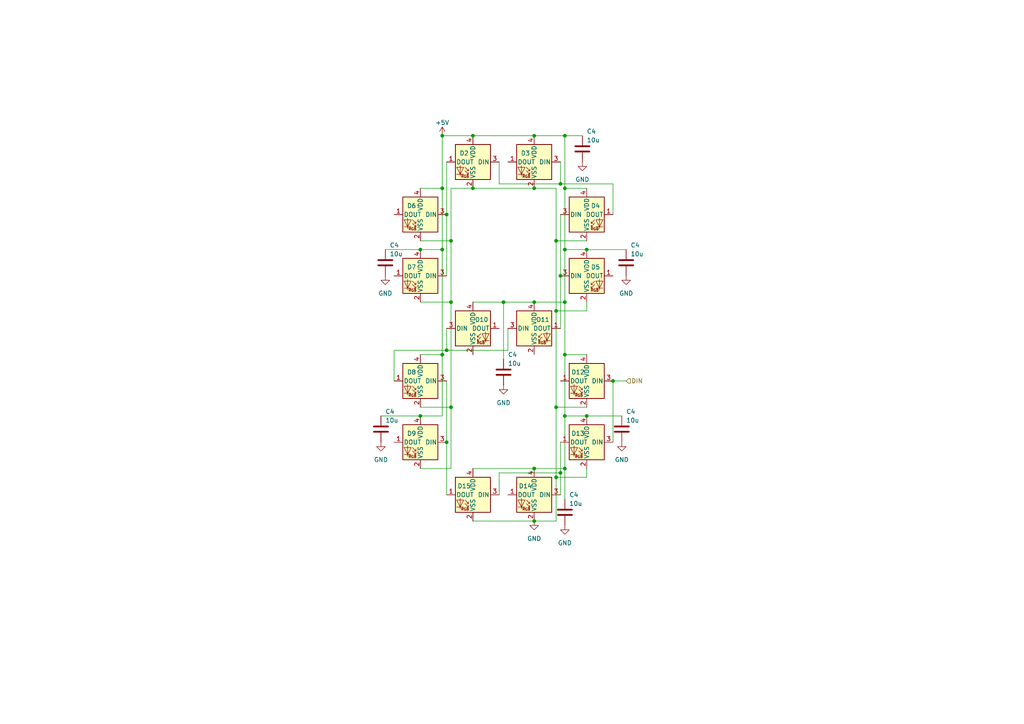
<source format=kicad_sch>
(kicad_sch (version 20230121) (generator eeschema)

  (uuid bb2f2574-bdd3-435f-8b15-6db4dd25c8e0)

  (paper "A4")

  (lib_symbols
    (symbol "Device:C" (pin_numbers hide) (pin_names (offset 0.254)) (in_bom yes) (on_board yes)
      (property "Reference" "C" (at 0.635 2.54 0)
        (effects (font (size 1.27 1.27)) (justify left))
      )
      (property "Value" "C" (at 0.635 -2.54 0)
        (effects (font (size 1.27 1.27)) (justify left))
      )
      (property "Footprint" "" (at 0.9652 -3.81 0)
        (effects (font (size 1.27 1.27)) hide)
      )
      (property "Datasheet" "~" (at 0 0 0)
        (effects (font (size 1.27 1.27)) hide)
      )
      (property "ki_keywords" "cap capacitor" (at 0 0 0)
        (effects (font (size 1.27 1.27)) hide)
      )
      (property "ki_description" "Unpolarized capacitor" (at 0 0 0)
        (effects (font (size 1.27 1.27)) hide)
      )
      (property "ki_fp_filters" "C_*" (at 0 0 0)
        (effects (font (size 1.27 1.27)) hide)
      )
      (symbol "C_0_1"
        (polyline
          (pts
            (xy -2.032 -0.762)
            (xy 2.032 -0.762)
          )
          (stroke (width 0.508) (type default))
          (fill (type none))
        )
        (polyline
          (pts
            (xy -2.032 0.762)
            (xy 2.032 0.762)
          )
          (stroke (width 0.508) (type default))
          (fill (type none))
        )
      )
      (symbol "C_1_1"
        (pin passive line (at 0 3.81 270) (length 2.794)
          (name "~" (effects (font (size 1.27 1.27))))
          (number "1" (effects (font (size 1.27 1.27))))
        )
        (pin passive line (at 0 -3.81 90) (length 2.794)
          (name "~" (effects (font (size 1.27 1.27))))
          (number "2" (effects (font (size 1.27 1.27))))
        )
      )
    )
    (symbol "LED:SK6812MINI" (pin_names (offset 0.254)) (in_bom yes) (on_board yes)
      (property "Reference" "D" (at 5.08 5.715 0)
        (effects (font (size 1.27 1.27)) (justify right bottom))
      )
      (property "Value" "SK6812MINI" (at 1.27 -5.715 0)
        (effects (font (size 1.27 1.27)) (justify left top))
      )
      (property "Footprint" "LED_SMD:LED_SK6812MINI_PLCC4_3.5x3.5mm_P1.75mm" (at 1.27 -7.62 0)
        (effects (font (size 1.27 1.27)) (justify left top) hide)
      )
      (property "Datasheet" "https://cdn-shop.adafruit.com/product-files/2686/SK6812MINI_REV.01-1-2.pdf" (at 2.54 -9.525 0)
        (effects (font (size 1.27 1.27)) (justify left top) hide)
      )
      (property "ki_keywords" "RGB LED NeoPixel Mini addressable" (at 0 0 0)
        (effects (font (size 1.27 1.27)) hide)
      )
      (property "ki_description" "RGB LED with integrated controller" (at 0 0 0)
        (effects (font (size 1.27 1.27)) hide)
      )
      (property "ki_fp_filters" "LED*SK6812MINI*PLCC*3.5x3.5mm*P1.75mm*" (at 0 0 0)
        (effects (font (size 1.27 1.27)) hide)
      )
      (symbol "SK6812MINI_0_0"
        (text "RGB" (at 2.286 -4.191 0)
          (effects (font (size 0.762 0.762)))
        )
      )
      (symbol "SK6812MINI_0_1"
        (polyline
          (pts
            (xy 1.27 -3.556)
            (xy 1.778 -3.556)
          )
          (stroke (width 0) (type default))
          (fill (type none))
        )
        (polyline
          (pts
            (xy 1.27 -2.54)
            (xy 1.778 -2.54)
          )
          (stroke (width 0) (type default))
          (fill (type none))
        )
        (polyline
          (pts
            (xy 4.699 -3.556)
            (xy 2.667 -3.556)
          )
          (stroke (width 0) (type default))
          (fill (type none))
        )
        (polyline
          (pts
            (xy 2.286 -2.54)
            (xy 1.27 -3.556)
            (xy 1.27 -3.048)
          )
          (stroke (width 0) (type default))
          (fill (type none))
        )
        (polyline
          (pts
            (xy 2.286 -1.524)
            (xy 1.27 -2.54)
            (xy 1.27 -2.032)
          )
          (stroke (width 0) (type default))
          (fill (type none))
        )
        (polyline
          (pts
            (xy 3.683 -1.016)
            (xy 3.683 -3.556)
            (xy 3.683 -4.064)
          )
          (stroke (width 0) (type default))
          (fill (type none))
        )
        (polyline
          (pts
            (xy 4.699 -1.524)
            (xy 2.667 -1.524)
            (xy 3.683 -3.556)
            (xy 4.699 -1.524)
          )
          (stroke (width 0) (type default))
          (fill (type none))
        )
        (rectangle (start 5.08 5.08) (end -5.08 -5.08)
          (stroke (width 0.254) (type default))
          (fill (type background))
        )
      )
      (symbol "SK6812MINI_1_1"
        (pin output line (at 7.62 0 180) (length 2.54)
          (name "DOUT" (effects (font (size 1.27 1.27))))
          (number "1" (effects (font (size 1.27 1.27))))
        )
        (pin power_in line (at 0 -7.62 90) (length 2.54)
          (name "VSS" (effects (font (size 1.27 1.27))))
          (number "2" (effects (font (size 1.27 1.27))))
        )
        (pin input line (at -7.62 0 0) (length 2.54)
          (name "DIN" (effects (font (size 1.27 1.27))))
          (number "3" (effects (font (size 1.27 1.27))))
        )
        (pin power_in line (at 0 7.62 270) (length 2.54)
          (name "VDD" (effects (font (size 1.27 1.27))))
          (number "4" (effects (font (size 1.27 1.27))))
        )
      )
    )
    (symbol "power:+5V" (power) (pin_names (offset 0)) (in_bom yes) (on_board yes)
      (property "Reference" "#PWR" (at 0 -3.81 0)
        (effects (font (size 1.27 1.27)) hide)
      )
      (property "Value" "+5V" (at 0 3.556 0)
        (effects (font (size 1.27 1.27)))
      )
      (property "Footprint" "" (at 0 0 0)
        (effects (font (size 1.27 1.27)) hide)
      )
      (property "Datasheet" "" (at 0 0 0)
        (effects (font (size 1.27 1.27)) hide)
      )
      (property "ki_keywords" "global power" (at 0 0 0)
        (effects (font (size 1.27 1.27)) hide)
      )
      (property "ki_description" "Power symbol creates a global label with name \"+5V\"" (at 0 0 0)
        (effects (font (size 1.27 1.27)) hide)
      )
      (symbol "+5V_0_1"
        (polyline
          (pts
            (xy -0.762 1.27)
            (xy 0 2.54)
          )
          (stroke (width 0) (type default))
          (fill (type none))
        )
        (polyline
          (pts
            (xy 0 0)
            (xy 0 2.54)
          )
          (stroke (width 0) (type default))
          (fill (type none))
        )
        (polyline
          (pts
            (xy 0 2.54)
            (xy 0.762 1.27)
          )
          (stroke (width 0) (type default))
          (fill (type none))
        )
      )
      (symbol "+5V_1_1"
        (pin power_in line (at 0 0 90) (length 0) hide
          (name "+5V" (effects (font (size 1.27 1.27))))
          (number "1" (effects (font (size 1.27 1.27))))
        )
      )
    )
    (symbol "power:GND" (power) (pin_names (offset 0)) (in_bom yes) (on_board yes)
      (property "Reference" "#PWR" (at 0 -6.35 0)
        (effects (font (size 1.27 1.27)) hide)
      )
      (property "Value" "GND" (at 0 -3.81 0)
        (effects (font (size 1.27 1.27)))
      )
      (property "Footprint" "" (at 0 0 0)
        (effects (font (size 1.27 1.27)) hide)
      )
      (property "Datasheet" "" (at 0 0 0)
        (effects (font (size 1.27 1.27)) hide)
      )
      (property "ki_keywords" "global power" (at 0 0 0)
        (effects (font (size 1.27 1.27)) hide)
      )
      (property "ki_description" "Power symbol creates a global label with name \"GND\" , ground" (at 0 0 0)
        (effects (font (size 1.27 1.27)) hide)
      )
      (symbol "GND_0_1"
        (polyline
          (pts
            (xy 0 0)
            (xy 0 -1.27)
            (xy 1.27 -1.27)
            (xy 0 -2.54)
            (xy -1.27 -1.27)
            (xy 0 -1.27)
          )
          (stroke (width 0) (type default))
          (fill (type none))
        )
      )
      (symbol "GND_1_1"
        (pin power_in line (at 0 0 270) (length 0) hide
          (name "GND" (effects (font (size 1.27 1.27))))
          (number "1" (effects (font (size 1.27 1.27))))
        )
      )
    )
  )

  (junction (at 163.83 87.63) (diameter 0) (color 0 0 0 0)
    (uuid 05fb4cc3-2f0d-48ab-a79a-739ffbfddd72)
  )
  (junction (at 146.05 87.63) (diameter 0) (color 0 0 0 0)
    (uuid 0ca0df22-e632-4e66-98f6-3b08dede4fa3)
  )
  (junction (at 154.94 54.61) (diameter 0) (color 0 0 0 0)
    (uuid 16e99b43-5528-4206-b9b0-68bdf7b5a1a6)
  )
  (junction (at 129.54 101.6) (diameter 0) (color 0 0 0 0)
    (uuid 1a80324d-1e65-4ee8-a7cf-1b45158a9abc)
  )
  (junction (at 130.81 118.11) (diameter 0) (color 0 0 0 0)
    (uuid 1f0e9b12-a880-40f2-b73b-0ae1fea6f7ef)
  )
  (junction (at 128.27 39.37) (diameter 0) (color 0 0 0 0)
    (uuid 256d4233-3e39-4b4e-a62e-3b1c5e1df444)
  )
  (junction (at 130.81 87.63) (diameter 0) (color 0 0 0 0)
    (uuid 27866971-8658-4611-944f-a8f69bd5d235)
  )
  (junction (at 163.83 39.37) (diameter 0) (color 0 0 0 0)
    (uuid 2a0683ef-3392-4bf7-88c3-27bbe5c75af7)
  )
  (junction (at 162.56 80.01) (diameter 0) (color 0 0 0 0)
    (uuid 2b210afe-95b4-4d7c-bb06-2d1bfe65aad0)
  )
  (junction (at 163.83 135.89) (diameter 0) (color 0 0 0 0)
    (uuid 3090ef0a-d074-4cdf-8a0d-c714b057e27f)
  )
  (junction (at 177.8 110.49) (diameter 0) (color 0 0 0 0)
    (uuid 386efb69-6505-4674-a35d-0e56e7063c82)
  )
  (junction (at 137.16 54.61) (diameter 0) (color 0 0 0 0)
    (uuid 39a38b28-9d8f-4bd3-b8e8-010dc44cf7a5)
  )
  (junction (at 128.27 54.61) (diameter 0) (color 0 0 0 0)
    (uuid 3e053b69-843e-4ac2-988b-d7fd4fb1cd16)
  )
  (junction (at 137.16 39.37) (diameter 0) (color 0 0 0 0)
    (uuid 4de299bd-bc32-4480-b014-ad7f4a6a0aea)
  )
  (junction (at 161.29 90.17) (diameter 0) (color 0 0 0 0)
    (uuid 4e284b07-e0df-4565-87c0-36049a69a8f2)
  )
  (junction (at 128.27 72.39) (diameter 0) (color 0 0 0 0)
    (uuid 855594f3-3668-45ad-b0d0-4d8afcd5e31c)
  )
  (junction (at 161.29 69.85) (diameter 0) (color 0 0 0 0)
    (uuid 8577e8c8-2aec-44a6-a16b-e28b803d9d7b)
  )
  (junction (at 163.83 120.65) (diameter 0) (color 0 0 0 0)
    (uuid 9706578f-5f2b-4b3d-a254-500341073fa1)
  )
  (junction (at 161.29 138.43) (diameter 0) (color 0 0 0 0)
    (uuid 984ece8d-fd93-4438-9c19-dfbf4cd08bae)
  )
  (junction (at 129.54 128.27) (diameter 0) (color 0 0 0 0)
    (uuid 9ce93d09-1e88-4e33-87cd-96afc8e25e5a)
  )
  (junction (at 154.94 151.13) (diameter 0) (color 0 0 0 0)
    (uuid a7202342-2713-4e24-b64b-cb247b468c6b)
  )
  (junction (at 154.94 39.37) (diameter 0) (color 0 0 0 0)
    (uuid a9c89d9b-f18d-491c-96ef-5abd62ad36d0)
  )
  (junction (at 162.56 137.16) (diameter 0) (color 0 0 0 0)
    (uuid ae47da63-dbb6-4af7-aa87-fa09e26d53b6)
  )
  (junction (at 129.54 62.23) (diameter 0) (color 0 0 0 0)
    (uuid b1639e66-0e36-419a-af37-451c7ad535a3)
  )
  (junction (at 170.18 72.39) (diameter 0) (color 0 0 0 0)
    (uuid b996b2b2-73a1-4a1f-95be-bdc8453346a8)
  )
  (junction (at 130.81 69.85) (diameter 0) (color 0 0 0 0)
    (uuid bcd54627-636e-465d-92c6-e53d4fa1ee4e)
  )
  (junction (at 154.94 87.63) (diameter 0) (color 0 0 0 0)
    (uuid c028ffc6-b35d-4ce3-88c6-ad478fd0e52f)
  )
  (junction (at 121.92 120.65) (diameter 0) (color 0 0 0 0)
    (uuid c4bc43c9-64d3-496b-b583-e297b567987a)
  )
  (junction (at 162.56 53.34) (diameter 0) (color 0 0 0 0)
    (uuid c8c20854-fca6-4490-a629-7cf4636acd0e)
  )
  (junction (at 163.83 72.39) (diameter 0) (color 0 0 0 0)
    (uuid cfd3367d-920d-4aab-91fd-7c41ae142d7f)
  )
  (junction (at 121.92 72.39) (diameter 0) (color 0 0 0 0)
    (uuid d10e271a-99ba-4d1e-a498-2fc3b3b013c2)
  )
  (junction (at 163.83 102.87) (diameter 0) (color 0 0 0 0)
    (uuid d1d1b505-b00f-4ec9-bcbe-78cac4b7270a)
  )
  (junction (at 163.83 54.61) (diameter 0) (color 0 0 0 0)
    (uuid e6e58141-0ccb-4dd1-bc52-82bbfc8f9f40)
  )
  (junction (at 154.94 135.89) (diameter 0) (color 0 0 0 0)
    (uuid f6f8ef54-2088-4300-8094-e37430d59f6c)
  )
  (junction (at 170.18 120.65) (diameter 0) (color 0 0 0 0)
    (uuid f8067815-c0d6-4fbc-af51-af46a1cb05a7)
  )
  (junction (at 161.29 118.11) (diameter 0) (color 0 0 0 0)
    (uuid fae2554f-1c54-4dca-8162-6c73e2195828)
  )
  (junction (at 128.27 102.87) (diameter 0) (color 0 0 0 0)
    (uuid faed6d75-8126-48a2-8678-d39b6e4af9a4)
  )

  (wire (pts (xy 170.18 90.17) (xy 161.29 90.17))
    (stroke (width 0) (type default))
    (uuid 01be616f-c2ed-495c-ac0b-846424c37264)
  )
  (wire (pts (xy 161.29 118.11) (xy 161.29 138.43))
    (stroke (width 0) (type default))
    (uuid 01eb5c08-6d57-4e59-ba19-8f96e06177da)
  )
  (wire (pts (xy 170.18 87.63) (xy 170.18 90.17))
    (stroke (width 0) (type default))
    (uuid 02fc75ff-c1ec-4d17-92c0-d2fc3801bf30)
  )
  (wire (pts (xy 129.54 62.23) (xy 129.54 80.01))
    (stroke (width 0) (type default))
    (uuid 082066cb-eb78-464e-a0af-14ef16a89721)
  )
  (wire (pts (xy 129.54 95.25) (xy 129.54 101.6))
    (stroke (width 0) (type default))
    (uuid 088b71d2-1ae5-491c-9bb8-80b46d725cad)
  )
  (wire (pts (xy 162.56 53.34) (xy 144.78 53.34))
    (stroke (width 0) (type default))
    (uuid 0f9d46e9-6f07-4978-9cf4-7792ba5ee0e9)
  )
  (wire (pts (xy 170.18 135.89) (xy 170.18 138.43))
    (stroke (width 0) (type default))
    (uuid 1692adba-c0bc-4561-95bf-e86163b30042)
  )
  (wire (pts (xy 128.27 102.87) (xy 121.92 102.87))
    (stroke (width 0) (type default))
    (uuid 1c8e88c3-b9a0-4b27-ae4c-34e14fd2d2df)
  )
  (wire (pts (xy 154.94 87.63) (xy 163.83 87.63))
    (stroke (width 0) (type default))
    (uuid 241268b3-8b76-4a6f-817c-62108e786636)
  )
  (wire (pts (xy 163.83 72.39) (xy 170.18 72.39))
    (stroke (width 0) (type default))
    (uuid 27002405-2039-4b96-8210-545c6a8b401c)
  )
  (wire (pts (xy 161.29 151.13) (xy 154.94 151.13))
    (stroke (width 0) (type default))
    (uuid 28b78e07-bae9-4601-92a9-506089cbc7d5)
  )
  (wire (pts (xy 177.8 110.49) (xy 181.61 110.49))
    (stroke (width 0) (type default))
    (uuid 29e6ae57-4809-441b-94c3-03293bf744db)
  )
  (wire (pts (xy 163.83 135.89) (xy 163.83 120.65))
    (stroke (width 0) (type default))
    (uuid 2c8a0ca1-82a4-4185-ba48-cdf9df1da68d)
  )
  (wire (pts (xy 130.81 135.89) (xy 121.92 135.89))
    (stroke (width 0) (type default))
    (uuid 3c3f3013-9586-4aa0-a81f-02e93e03ca52)
  )
  (wire (pts (xy 163.83 39.37) (xy 163.83 54.61))
    (stroke (width 0) (type default))
    (uuid 3e585f05-4f8e-427b-9cd4-0187b0f932bd)
  )
  (wire (pts (xy 137.16 54.61) (xy 130.81 54.61))
    (stroke (width 0) (type default))
    (uuid 4158c015-ab3a-4f6c-b1f9-073dd5733200)
  )
  (wire (pts (xy 162.56 62.23) (xy 162.56 80.01))
    (stroke (width 0) (type default))
    (uuid 423f5c90-70f9-40c4-84a1-0cc8f097d1be)
  )
  (wire (pts (xy 128.27 72.39) (xy 128.27 102.87))
    (stroke (width 0) (type default))
    (uuid 45d69dc9-c793-457b-b5a1-0b8717c13c44)
  )
  (wire (pts (xy 161.29 69.85) (xy 161.29 90.17))
    (stroke (width 0) (type default))
    (uuid 46b73568-776b-4a07-8947-74a0d1fef442)
  )
  (wire (pts (xy 154.94 39.37) (xy 163.83 39.37))
    (stroke (width 0) (type default))
    (uuid 4bfeb828-e43c-4caf-9a6d-d078aed2ac82)
  )
  (wire (pts (xy 111.76 72.39) (xy 121.92 72.39))
    (stroke (width 0) (type default))
    (uuid 4d72fe93-c053-44e7-add0-e29ebee76a04)
  )
  (wire (pts (xy 130.81 87.63) (xy 130.81 118.11))
    (stroke (width 0) (type default))
    (uuid 4df3da83-115f-4d7d-9659-7307c166b8cc)
  )
  (wire (pts (xy 170.18 120.65) (xy 180.34 120.65))
    (stroke (width 0) (type default))
    (uuid 52851349-eff6-4cc9-aecf-ba96bfa1086d)
  )
  (wire (pts (xy 170.18 54.61) (xy 163.83 54.61))
    (stroke (width 0) (type default))
    (uuid 55898a7a-4727-48eb-bb17-2cc06724537a)
  )
  (wire (pts (xy 144.78 143.51) (xy 144.78 137.16))
    (stroke (width 0) (type default))
    (uuid 56d3d353-c67a-46d9-8445-0700c3a9f089)
  )
  (wire (pts (xy 137.16 151.13) (xy 154.94 151.13))
    (stroke (width 0) (type default))
    (uuid 58f52b13-366c-4172-9add-8a70921df102)
  )
  (wire (pts (xy 121.92 120.65) (xy 128.27 120.65))
    (stroke (width 0) (type default))
    (uuid 5943037a-b1a8-4ee7-92cc-2b590561f822)
  )
  (wire (pts (xy 137.16 135.89) (xy 154.94 135.89))
    (stroke (width 0) (type default))
    (uuid 5a166411-fc2f-4531-9aca-e5c521fab227)
  )
  (wire (pts (xy 163.83 102.87) (xy 163.83 87.63))
    (stroke (width 0) (type default))
    (uuid 68075112-747e-4c60-b0bb-7aa14084d1c6)
  )
  (wire (pts (xy 129.54 128.27) (xy 129.54 143.51))
    (stroke (width 0) (type default))
    (uuid 6aecbc67-046e-4a3d-b344-df037c470c2d)
  )
  (wire (pts (xy 121.92 118.11) (xy 130.81 118.11))
    (stroke (width 0) (type default))
    (uuid 7537d319-32b2-42c7-93ce-be9b6d19b1ad)
  )
  (wire (pts (xy 170.18 138.43) (xy 161.29 138.43))
    (stroke (width 0) (type default))
    (uuid 75eaae51-3dcf-4e1a-a004-ae3adad76873)
  )
  (wire (pts (xy 161.29 54.61) (xy 161.29 69.85))
    (stroke (width 0) (type default))
    (uuid 75eb23e2-655b-4f18-b69e-f1c244a9c367)
  )
  (wire (pts (xy 114.3 110.49) (xy 114.3 101.6))
    (stroke (width 0) (type default))
    (uuid 792b3200-5697-4985-8f65-466f01cea2d4)
  )
  (wire (pts (xy 163.83 120.65) (xy 163.83 102.87))
    (stroke (width 0) (type default))
    (uuid 7d4848e9-636c-4f41-a123-9a905b474c15)
  )
  (wire (pts (xy 161.29 90.17) (xy 161.29 118.11))
    (stroke (width 0) (type default))
    (uuid 7d7c8614-8ae1-421c-b5eb-9d0633e6d5f1)
  )
  (wire (pts (xy 177.8 53.34) (xy 162.56 53.34))
    (stroke (width 0) (type default))
    (uuid 7e787c41-f0c8-4d8b-a3f9-4a17e9ab8a76)
  )
  (wire (pts (xy 114.3 101.6) (xy 129.54 101.6))
    (stroke (width 0) (type default))
    (uuid 86861912-1fe4-46db-9d98-3fe835dc3436)
  )
  (wire (pts (xy 177.8 110.49) (xy 177.8 128.27))
    (stroke (width 0) (type default))
    (uuid 869fa8c5-0100-4e4e-a65f-107f047401fa)
  )
  (wire (pts (xy 162.56 80.01) (xy 162.56 95.25))
    (stroke (width 0) (type default))
    (uuid 87ed53fa-4ca0-4fbe-89ed-dfb90d08a0e3)
  )
  (wire (pts (xy 162.56 137.16) (xy 162.56 143.51))
    (stroke (width 0) (type default))
    (uuid 8afd60ad-83c9-40ce-a198-d99fade0bf39)
  )
  (wire (pts (xy 121.92 69.85) (xy 130.81 69.85))
    (stroke (width 0) (type default))
    (uuid 8b06159a-6279-4266-a2f7-c2d28f4d9afe)
  )
  (wire (pts (xy 170.18 72.39) (xy 181.61 72.39))
    (stroke (width 0) (type default))
    (uuid 8b0836f7-eaa9-40a5-b750-e04f251adbc9)
  )
  (wire (pts (xy 146.05 87.63) (xy 146.05 104.14))
    (stroke (width 0) (type default))
    (uuid 8d3208f8-7d65-43f9-b718-428907f1bfaf)
  )
  (wire (pts (xy 121.92 87.63) (xy 130.81 87.63))
    (stroke (width 0) (type default))
    (uuid 8d9c870f-0b2b-436b-bb18-baed9ca06f11)
  )
  (wire (pts (xy 161.29 118.11) (xy 170.18 118.11))
    (stroke (width 0) (type default))
    (uuid 930875d1-0df2-479b-9071-7eda26a2c430)
  )
  (wire (pts (xy 129.54 101.6) (xy 147.32 101.6))
    (stroke (width 0) (type default))
    (uuid 94ba8549-e82d-4bf4-8d1d-c88b9a74bdfc)
  )
  (wire (pts (xy 130.81 54.61) (xy 130.81 69.85))
    (stroke (width 0) (type default))
    (uuid 9775e122-f0db-4335-bdc1-cce32805e55e)
  )
  (wire (pts (xy 144.78 137.16) (xy 162.56 137.16))
    (stroke (width 0) (type default))
    (uuid 9a75d45d-dce5-4436-a8a4-7061484d6c6a)
  )
  (wire (pts (xy 154.94 135.89) (xy 163.83 135.89))
    (stroke (width 0) (type default))
    (uuid 9baf2f28-73dd-4666-9c48-379b59eeae9e)
  )
  (wire (pts (xy 129.54 46.99) (xy 129.54 62.23))
    (stroke (width 0) (type default))
    (uuid 9ce046c5-dbd0-4dd3-ab96-21338cd0daa5)
  )
  (wire (pts (xy 128.27 72.39) (xy 121.92 72.39))
    (stroke (width 0) (type default))
    (uuid 9f11e003-1155-4e0f-9757-45ac78b72548)
  )
  (wire (pts (xy 163.83 54.61) (xy 163.83 72.39))
    (stroke (width 0) (type default))
    (uuid 9f644d72-6a7f-4549-a42f-94d1ac32bd12)
  )
  (wire (pts (xy 121.92 54.61) (xy 128.27 54.61))
    (stroke (width 0) (type default))
    (uuid a0e2f4b2-fbd2-4f76-91e6-3f2c9d2263c0)
  )
  (wire (pts (xy 130.81 118.11) (xy 130.81 135.89))
    (stroke (width 0) (type default))
    (uuid a6665292-7265-4108-a72b-e66a580d9f9e)
  )
  (wire (pts (xy 162.56 46.99) (xy 162.56 53.34))
    (stroke (width 0) (type default))
    (uuid a88b7478-8477-4231-a352-f405858c97de)
  )
  (wire (pts (xy 146.05 87.63) (xy 154.94 87.63))
    (stroke (width 0) (type default))
    (uuid a9cfde85-b88b-4274-ae4f-437b1f54d516)
  )
  (wire (pts (xy 161.29 69.85) (xy 170.18 69.85))
    (stroke (width 0) (type default))
    (uuid a9f76e94-ebca-426c-84d6-fbb08591d1c1)
  )
  (wire (pts (xy 161.29 138.43) (xy 161.29 151.13))
    (stroke (width 0) (type default))
    (uuid ad9e7b7a-dab4-4cf0-a2c4-86d69db6b984)
  )
  (wire (pts (xy 110.49 120.65) (xy 121.92 120.65))
    (stroke (width 0) (type default))
    (uuid b04f7cc7-7046-47ca-9ab8-0aa77d6872b3)
  )
  (wire (pts (xy 147.32 101.6) (xy 147.32 95.25))
    (stroke (width 0) (type default))
    (uuid b183da42-3d71-417a-9ccb-490c70c34595)
  )
  (wire (pts (xy 163.83 87.63) (xy 163.83 72.39))
    (stroke (width 0) (type default))
    (uuid b9b0dd08-f027-47dd-8504-2d404c773551)
  )
  (wire (pts (xy 163.83 39.37) (xy 168.91 39.37))
    (stroke (width 0) (type default))
    (uuid ba1c7bc4-3e3b-4464-9eea-c7db8f3abc27)
  )
  (wire (pts (xy 130.81 69.85) (xy 130.81 87.63))
    (stroke (width 0) (type default))
    (uuid c0bce177-3445-470b-82c6-d985cdef99f8)
  )
  (wire (pts (xy 129.54 110.49) (xy 129.54 128.27))
    (stroke (width 0) (type default))
    (uuid c1b9a815-20f0-46e4-82f3-d90043df19de)
  )
  (wire (pts (xy 137.16 54.61) (xy 154.94 54.61))
    (stroke (width 0) (type default))
    (uuid c2b7abac-6728-4d65-b03c-69c6ff07d56e)
  )
  (wire (pts (xy 128.27 54.61) (xy 128.27 72.39))
    (stroke (width 0) (type default))
    (uuid c775f43f-b441-466c-b1c2-80df5129b886)
  )
  (wire (pts (xy 137.16 87.63) (xy 146.05 87.63))
    (stroke (width 0) (type default))
    (uuid c9c5ca59-4872-41fd-ab47-4437fb138bf1)
  )
  (wire (pts (xy 170.18 120.65) (xy 163.83 120.65))
    (stroke (width 0) (type default))
    (uuid cfef0a60-0531-4253-be8c-8c5be6de9af7)
  )
  (wire (pts (xy 163.83 135.89) (xy 163.83 144.78))
    (stroke (width 0) (type default))
    (uuid d0649e8e-a4ca-43bd-bc6d-5548ca478993)
  )
  (wire (pts (xy 177.8 62.23) (xy 177.8 53.34))
    (stroke (width 0) (type default))
    (uuid d3274b67-dbd4-4912-aabc-f69a6dae48b0)
  )
  (wire (pts (xy 144.78 53.34) (xy 144.78 46.99))
    (stroke (width 0) (type default))
    (uuid e0ca0e0d-96ee-490e-86f0-86b56f457f3e)
  )
  (wire (pts (xy 162.56 128.27) (xy 162.56 137.16))
    (stroke (width 0) (type default))
    (uuid e1d1de3e-cd8b-431f-93b2-2bb25bc7b876)
  )
  (wire (pts (xy 154.94 54.61) (xy 161.29 54.61))
    (stroke (width 0) (type default))
    (uuid e411e588-bf47-4bf4-b248-b71ffb2fcd5f)
  )
  (wire (pts (xy 137.16 39.37) (xy 154.94 39.37))
    (stroke (width 0) (type default))
    (uuid e4a3dd78-1403-411e-ad0d-b0db42799bf3)
  )
  (wire (pts (xy 137.16 39.37) (xy 128.27 39.37))
    (stroke (width 0) (type default))
    (uuid eba784ef-270d-4c11-835e-9748cfe47420)
  )
  (wire (pts (xy 128.27 39.37) (xy 128.27 54.61))
    (stroke (width 0) (type default))
    (uuid ed9045e5-7f36-4dad-8dd9-b13940ffea8b)
  )
  (wire (pts (xy 128.27 120.65) (xy 128.27 102.87))
    (stroke (width 0) (type default))
    (uuid f12538f2-4769-4daa-9204-2cbcdbe71c1e)
  )
  (wire (pts (xy 163.83 102.87) (xy 170.18 102.87))
    (stroke (width 0) (type default))
    (uuid ffc4ae95-df73-4b71-bb1f-b6f564e0364e)
  )

  (hierarchical_label "DIN" (shape input) (at 181.61 110.49 0) (fields_autoplaced)
    (effects (font (size 1.27 1.27)) (justify left))
    (uuid eaefacf7-1bd8-4927-93ba-21554b0fe639)
  )

  (symbol (lib_id "power:GND") (at 180.34 128.27 0) (unit 1)
    (in_bom yes) (on_board yes) (dnp no) (fields_autoplaced)
    (uuid 080f84c5-a842-42a3-b4a4-7b7a19ef7a82)
    (property "Reference" "#PWR013" (at 180.34 134.62 0)
      (effects (font (size 1.27 1.27)) hide)
    )
    (property "Value" "GND" (at 180.34 133.35 0)
      (effects (font (size 1.27 1.27)))
    )
    (property "Footprint" "" (at 180.34 128.27 0)
      (effects (font (size 1.27 1.27)) hide)
    )
    (property "Datasheet" "" (at 180.34 128.27 0)
      (effects (font (size 1.27 1.27)) hide)
    )
    (pin "1" (uuid 52bc1b4b-ae51-4eab-8e3e-4d8de166af29))
    (instances
      (project "gaming-clock"
        (path "/51b06f68-d19f-435f-8d66-e0d8a7239925/2b735b1b-03a0-49bb-ba12-06e62ad816af"
          (reference "#PWR013") (unit 1)
        )
        (path "/51b06f68-d19f-435f-8d66-e0d8a7239925/efc9b8cf-a8b8-4514-aacb-287c9b8eddd8"
          (reference "#PWR029") (unit 1)
        )
        (path "/51b06f68-d19f-435f-8d66-e0d8a7239925/69348185-17d9-4603-94bb-11196c686036"
          (reference "#PWR038") (unit 1)
        )
        (path "/51b06f68-d19f-435f-8d66-e0d8a7239925/95d9cddf-502c-4c15-ba80-afe0ebf7833f"
          (reference "#PWR047") (unit 1)
        )
      )
    )
  )

  (symbol (lib_id "power:GND") (at 168.91 46.99 0) (unit 1)
    (in_bom yes) (on_board yes) (dnp no) (fields_autoplaced)
    (uuid 0f30df2f-7c25-4627-b82a-18700cc2ac87)
    (property "Reference" "#PWR09" (at 168.91 53.34 0)
      (effects (font (size 1.27 1.27)) hide)
    )
    (property "Value" "GND" (at 168.91 52.07 0)
      (effects (font (size 1.27 1.27)))
    )
    (property "Footprint" "" (at 168.91 46.99 0)
      (effects (font (size 1.27 1.27)) hide)
    )
    (property "Datasheet" "" (at 168.91 46.99 0)
      (effects (font (size 1.27 1.27)) hide)
    )
    (pin "1" (uuid befe0327-83ac-4a6d-abc8-c4b27274f349))
    (instances
      (project "gaming-clock"
        (path "/51b06f68-d19f-435f-8d66-e0d8a7239925/2b735b1b-03a0-49bb-ba12-06e62ad816af"
          (reference "#PWR09") (unit 1)
        )
        (path "/51b06f68-d19f-435f-8d66-e0d8a7239925/efc9b8cf-a8b8-4514-aacb-287c9b8eddd8"
          (reference "#PWR028") (unit 1)
        )
        (path "/51b06f68-d19f-435f-8d66-e0d8a7239925/69348185-17d9-4603-94bb-11196c686036"
          (reference "#PWR037") (unit 1)
        )
        (path "/51b06f68-d19f-435f-8d66-e0d8a7239925/95d9cddf-502c-4c15-ba80-afe0ebf7833f"
          (reference "#PWR046") (unit 1)
        )
      )
    )
  )

  (symbol (lib_id "power:GND") (at 111.76 80.01 0) (unit 1)
    (in_bom yes) (on_board yes) (dnp no) (fields_autoplaced)
    (uuid 10290af7-d3b6-4c76-a9af-2d41938ab7f0)
    (property "Reference" "#PWR016" (at 111.76 86.36 0)
      (effects (font (size 1.27 1.27)) hide)
    )
    (property "Value" "GND" (at 111.76 85.09 0)
      (effects (font (size 1.27 1.27)))
    )
    (property "Footprint" "" (at 111.76 80.01 0)
      (effects (font (size 1.27 1.27)) hide)
    )
    (property "Datasheet" "" (at 111.76 80.01 0)
      (effects (font (size 1.27 1.27)) hide)
    )
    (pin "1" (uuid 02f3fa90-93d0-4b19-abe1-be7307f561eb))
    (instances
      (project "gaming-clock"
        (path "/51b06f68-d19f-435f-8d66-e0d8a7239925/2b735b1b-03a0-49bb-ba12-06e62ad816af"
          (reference "#PWR016") (unit 1)
        )
        (path "/51b06f68-d19f-435f-8d66-e0d8a7239925/efc9b8cf-a8b8-4514-aacb-287c9b8eddd8"
          (reference "#PWR023") (unit 1)
        )
        (path "/51b06f68-d19f-435f-8d66-e0d8a7239925/69348185-17d9-4603-94bb-11196c686036"
          (reference "#PWR032") (unit 1)
        )
        (path "/51b06f68-d19f-435f-8d66-e0d8a7239925/95d9cddf-502c-4c15-ba80-afe0ebf7833f"
          (reference "#PWR041") (unit 1)
        )
      )
    )
  )

  (symbol (lib_id "power:GND") (at 154.94 151.13 0) (unit 1)
    (in_bom yes) (on_board yes) (dnp no) (fields_autoplaced)
    (uuid 15a90d59-f810-4fd9-b642-9ca0963743cd)
    (property "Reference" "#PWR010" (at 154.94 157.48 0)
      (effects (font (size 1.27 1.27)) hide)
    )
    (property "Value" "GND" (at 154.94 156.21 0)
      (effects (font (size 1.27 1.27)))
    )
    (property "Footprint" "" (at 154.94 151.13 0)
      (effects (font (size 1.27 1.27)) hide)
    )
    (property "Datasheet" "" (at 154.94 151.13 0)
      (effects (font (size 1.27 1.27)) hide)
    )
    (pin "1" (uuid 3899b831-20b7-4d8a-998d-3d719fe11169))
    (instances
      (project "gaming-clock"
        (path "/51b06f68-d19f-435f-8d66-e0d8a7239925"
          (reference "#PWR010") (unit 1)
        )
        (path "/51b06f68-d19f-435f-8d66-e0d8a7239925/2b735b1b-03a0-49bb-ba12-06e62ad816af"
          (reference "#PWR012") (unit 1)
        )
        (path "/51b06f68-d19f-435f-8d66-e0d8a7239925/efc9b8cf-a8b8-4514-aacb-287c9b8eddd8"
          (reference "#PWR026") (unit 1)
        )
        (path "/51b06f68-d19f-435f-8d66-e0d8a7239925/69348185-17d9-4603-94bb-11196c686036"
          (reference "#PWR035") (unit 1)
        )
        (path "/51b06f68-d19f-435f-8d66-e0d8a7239925/95d9cddf-502c-4c15-ba80-afe0ebf7833f"
          (reference "#PWR044") (unit 1)
        )
      )
    )
  )

  (symbol (lib_id "power:GND") (at 163.83 152.4 0) (unit 1)
    (in_bom yes) (on_board yes) (dnp no) (fields_autoplaced)
    (uuid 19e6b805-8d4b-4cf2-b510-2b492b2b5ec8)
    (property "Reference" "#PWR014" (at 163.83 158.75 0)
      (effects (font (size 1.27 1.27)) hide)
    )
    (property "Value" "GND" (at 163.83 157.48 0)
      (effects (font (size 1.27 1.27)))
    )
    (property "Footprint" "" (at 163.83 152.4 0)
      (effects (font (size 1.27 1.27)) hide)
    )
    (property "Datasheet" "" (at 163.83 152.4 0)
      (effects (font (size 1.27 1.27)) hide)
    )
    (pin "1" (uuid d99d9f1c-783d-499b-aa03-c89a498a2b5a))
    (instances
      (project "gaming-clock"
        (path "/51b06f68-d19f-435f-8d66-e0d8a7239925/2b735b1b-03a0-49bb-ba12-06e62ad816af"
          (reference "#PWR014") (unit 1)
        )
        (path "/51b06f68-d19f-435f-8d66-e0d8a7239925/efc9b8cf-a8b8-4514-aacb-287c9b8eddd8"
          (reference "#PWR027") (unit 1)
        )
        (path "/51b06f68-d19f-435f-8d66-e0d8a7239925/69348185-17d9-4603-94bb-11196c686036"
          (reference "#PWR036") (unit 1)
        )
        (path "/51b06f68-d19f-435f-8d66-e0d8a7239925/95d9cddf-502c-4c15-ba80-afe0ebf7833f"
          (reference "#PWR045") (unit 1)
        )
      )
    )
  )

  (symbol (lib_id "power:+5V") (at 128.27 39.37 0) (unit 1)
    (in_bom yes) (on_board yes) (dnp no) (fields_autoplaced)
    (uuid 1dd7f009-1b99-4b99-96e1-ba2cca8e22e8)
    (property "Reference" "#PWR09" (at 128.27 43.18 0)
      (effects (font (size 1.27 1.27)) hide)
    )
    (property "Value" "+5V" (at 128.27 35.56 0)
      (effects (font (size 1.27 1.27)))
    )
    (property "Footprint" "" (at 128.27 39.37 0)
      (effects (font (size 1.27 1.27)) hide)
    )
    (property "Datasheet" "" (at 128.27 39.37 0)
      (effects (font (size 1.27 1.27)) hide)
    )
    (pin "1" (uuid 76763ee7-5c0e-491b-8e6b-f2ef5dc7b80f))
    (instances
      (project "gaming-clock"
        (path "/51b06f68-d19f-435f-8d66-e0d8a7239925"
          (reference "#PWR09") (unit 1)
        )
        (path "/51b06f68-d19f-435f-8d66-e0d8a7239925/2b735b1b-03a0-49bb-ba12-06e62ad816af"
          (reference "#PWR011") (unit 1)
        )
        (path "/51b06f68-d19f-435f-8d66-e0d8a7239925/efc9b8cf-a8b8-4514-aacb-287c9b8eddd8"
          (reference "#PWR024") (unit 1)
        )
        (path "/51b06f68-d19f-435f-8d66-e0d8a7239925/69348185-17d9-4603-94bb-11196c686036"
          (reference "#PWR033") (unit 1)
        )
        (path "/51b06f68-d19f-435f-8d66-e0d8a7239925/95d9cddf-502c-4c15-ba80-afe0ebf7833f"
          (reference "#PWR042") (unit 1)
        )
      )
    )
  )

  (symbol (lib_id "LED:SK6812MINI") (at 154.94 46.99 0) (mirror y) (unit 1)
    (in_bom yes) (on_board yes) (dnp no)
    (uuid 27adfcde-4c5e-4909-a835-ba99ccbe9c57)
    (property "Reference" "D3" (at 152.4 44.45 0)
      (effects (font (size 1.27 1.27)))
    )
    (property "Value" "SK6812MINI" (at 142.24 46.4059 0)
      (effects (font (size 1.27 1.27)) hide)
    )
    (property "Footprint" "LED_SMD:LED_SK6812MINI_PLCC4_3.5x3.5mm_P1.75mm" (at 153.67 54.61 0)
      (effects (font (size 1.27 1.27)) (justify left top) hide)
    )
    (property "Datasheet" "https://cdn-shop.adafruit.com/product-files/2686/SK6812MINI_REV.01-1-2.pdf" (at 152.4 56.515 0)
      (effects (font (size 1.27 1.27)) (justify left top) hide)
    )
    (pin "1" (uuid 23c714ac-5f73-4f8b-b410-de65b2832512))
    (pin "2" (uuid e518ea3c-b2d1-4954-a320-ba1906edd717))
    (pin "3" (uuid f0b14f77-7a72-4227-b129-c63386d5844d))
    (pin "4" (uuid 6dc0515f-2f4f-402c-810f-18a343de110f))
    (instances
      (project "gaming-clock"
        (path "/51b06f68-d19f-435f-8d66-e0d8a7239925"
          (reference "D3") (unit 1)
        )
        (path "/51b06f68-d19f-435f-8d66-e0d8a7239925/2b735b1b-03a0-49bb-ba12-06e62ad816af"
          (reference "D102") (unit 1)
        )
        (path "/51b06f68-d19f-435f-8d66-e0d8a7239925/efc9b8cf-a8b8-4514-aacb-287c9b8eddd8"
          (reference "D15") (unit 1)
        )
        (path "/51b06f68-d19f-435f-8d66-e0d8a7239925/69348185-17d9-4603-94bb-11196c686036"
          (reference "D29") (unit 1)
        )
        (path "/51b06f68-d19f-435f-8d66-e0d8a7239925/95d9cddf-502c-4c15-ba80-afe0ebf7833f"
          (reference "D43") (unit 1)
        )
      )
    )
  )

  (symbol (lib_id "Device:C") (at 180.34 124.46 0) (unit 1)
    (in_bom yes) (on_board yes) (dnp no)
    (uuid 45c27065-3fc5-4730-a434-032ea209e40b)
    (property "Reference" "C4" (at 181.61 119.38 0)
      (effects (font (size 1.27 1.27)) (justify left))
    )
    (property "Value" "10u" (at 181.61 121.92 0)
      (effects (font (size 1.27 1.27)) (justify left))
    )
    (property "Footprint" "Capacitor_SMD:C_0603_1608Metric_Pad1.08x0.95mm_HandSolder" (at 181.3052 128.27 0)
      (effects (font (size 1.27 1.27)) hide)
    )
    (property "Datasheet" "~" (at 180.34 124.46 0)
      (effects (font (size 1.27 1.27)) hide)
    )
    (pin "1" (uuid 5385248d-45d0-410b-8c6d-22792355579c))
    (pin "2" (uuid 30245edb-941b-429b-af74-cc4c43b03b9f))
    (instances
      (project "gaming-clock"
        (path "/51b06f68-d19f-435f-8d66-e0d8a7239925"
          (reference "C4") (unit 1)
        )
        (path "/51b06f68-d19f-435f-8d66-e0d8a7239925/2b735b1b-03a0-49bb-ba12-06e62ad816af"
          (reference "C103") (unit 1)
        )
        (path "/51b06f68-d19f-435f-8d66-e0d8a7239925/efc9b8cf-a8b8-4514-aacb-287c9b8eddd8"
          (reference "C16") (unit 1)
        )
        (path "/51b06f68-d19f-435f-8d66-e0d8a7239925/69348185-17d9-4603-94bb-11196c686036"
          (reference "C23") (unit 1)
        )
        (path "/51b06f68-d19f-435f-8d66-e0d8a7239925/95d9cddf-502c-4c15-ba80-afe0ebf7833f"
          (reference "C30") (unit 1)
        )
      )
    )
  )

  (symbol (lib_id "LED:SK6812MINI") (at 137.16 46.99 0) (mirror y) (unit 1)
    (in_bom yes) (on_board yes) (dnp no)
    (uuid 4d22d596-7dc5-4f4e-ba9c-690761d45efe)
    (property "Reference" "D2" (at 134.62 44.45 0)
      (effects (font (size 1.27 1.27)))
    )
    (property "Value" "SK6812MINI" (at 124.46 46.4059 0)
      (effects (font (size 1.27 1.27)) hide)
    )
    (property "Footprint" "LED_SMD:LED_SK6812MINI_PLCC4_3.5x3.5mm_P1.75mm" (at 135.89 54.61 0)
      (effects (font (size 1.27 1.27)) (justify left top) hide)
    )
    (property "Datasheet" "https://cdn-shop.adafruit.com/product-files/2686/SK6812MINI_REV.01-1-2.pdf" (at 134.62 56.515 0)
      (effects (font (size 1.27 1.27)) (justify left top) hide)
    )
    (pin "1" (uuid 0436e9ee-1e72-4a9b-bcc6-073ccfd13074))
    (pin "2" (uuid d8e7b9cb-9c29-4cc6-842b-8517a0dcf1b6))
    (pin "3" (uuid a260b2a2-f72b-4e03-b643-387c3cb83ba7))
    (pin "4" (uuid 71605dca-84fa-4c56-9435-71041d9f2d1a))
    (instances
      (project "gaming-clock"
        (path "/51b06f68-d19f-435f-8d66-e0d8a7239925"
          (reference "D2") (unit 1)
        )
        (path "/51b06f68-d19f-435f-8d66-e0d8a7239925/2b735b1b-03a0-49bb-ba12-06e62ad816af"
          (reference "D101") (unit 1)
        )
        (path "/51b06f68-d19f-435f-8d66-e0d8a7239925/efc9b8cf-a8b8-4514-aacb-287c9b8eddd8"
          (reference "D12") (unit 1)
        )
        (path "/51b06f68-d19f-435f-8d66-e0d8a7239925/69348185-17d9-4603-94bb-11196c686036"
          (reference "D26") (unit 1)
        )
        (path "/51b06f68-d19f-435f-8d66-e0d8a7239925/95d9cddf-502c-4c15-ba80-afe0ebf7833f"
          (reference "D40") (unit 1)
        )
      )
    )
  )

  (symbol (lib_id "LED:SK6812MINI") (at 154.94 143.51 0) (mirror y) (unit 1)
    (in_bom yes) (on_board yes) (dnp no)
    (uuid 50cd6f07-dce8-4a63-92fa-0e7647a2be17)
    (property "Reference" "D14" (at 152.4 140.97 0)
      (effects (font (size 1.27 1.27)))
    )
    (property "Value" "SK6812MINI" (at 142.24 142.9259 0)
      (effects (font (size 1.27 1.27)) hide)
    )
    (property "Footprint" "LED_SMD:LED_SK6812MINI_PLCC4_3.5x3.5mm_P1.75mm" (at 153.67 151.13 0)
      (effects (font (size 1.27 1.27)) (justify left top) hide)
    )
    (property "Datasheet" "https://cdn-shop.adafruit.com/product-files/2686/SK6812MINI_REV.01-1-2.pdf" (at 152.4 153.035 0)
      (effects (font (size 1.27 1.27)) (justify left top) hide)
    )
    (pin "1" (uuid 0576f827-d3b8-4310-bb8e-8a3e2044529b))
    (pin "2" (uuid 965f660c-edf4-4003-b17b-40ef529989d4))
    (pin "3" (uuid dff52be8-e29e-4dbc-90cc-1e0b3afd826b))
    (pin "4" (uuid a7f2dd24-dd30-4062-aff4-88939dd4f00a))
    (instances
      (project "gaming-clock"
        (path "/51b06f68-d19f-435f-8d66-e0d8a7239925"
          (reference "D14") (unit 1)
        )
        (path "/51b06f68-d19f-435f-8d66-e0d8a7239925/2b735b1b-03a0-49bb-ba12-06e62ad816af"
          (reference "D107") (unit 1)
        )
        (path "/51b06f68-d19f-435f-8d66-e0d8a7239925/efc9b8cf-a8b8-4514-aacb-287c9b8eddd8"
          (reference "D17") (unit 1)
        )
        (path "/51b06f68-d19f-435f-8d66-e0d8a7239925/69348185-17d9-4603-94bb-11196c686036"
          (reference "D31") (unit 1)
        )
        (path "/51b06f68-d19f-435f-8d66-e0d8a7239925/95d9cddf-502c-4c15-ba80-afe0ebf7833f"
          (reference "D45") (unit 1)
        )
      )
    )
  )

  (symbol (lib_id "Device:C") (at 111.76 76.2 0) (unit 1)
    (in_bom yes) (on_board yes) (dnp no)
    (uuid 55920dbd-28b8-4c25-a1bf-8b6222858694)
    (property "Reference" "C4" (at 113.03 71.12 0)
      (effects (font (size 1.27 1.27)) (justify left))
    )
    (property "Value" "10u" (at 113.03 73.66 0)
      (effects (font (size 1.27 1.27)) (justify left))
    )
    (property "Footprint" "Capacitor_SMD:C_0603_1608Metric_Pad1.08x0.95mm_HandSolder" (at 112.7252 80.01 0)
      (effects (font (size 1.27 1.27)) hide)
    )
    (property "Datasheet" "~" (at 111.76 76.2 0)
      (effects (font (size 1.27 1.27)) hide)
    )
    (pin "1" (uuid 50ab7be7-14af-4108-9589-d5dbcaaab48b))
    (pin "2" (uuid ddb8d707-2908-431f-9092-4e50f55ecd95))
    (instances
      (project "gaming-clock"
        (path "/51b06f68-d19f-435f-8d66-e0d8a7239925"
          (reference "C4") (unit 1)
        )
        (path "/51b06f68-d19f-435f-8d66-e0d8a7239925/2b735b1b-03a0-49bb-ba12-06e62ad816af"
          (reference "C106") (unit 1)
        )
        (path "/51b06f68-d19f-435f-8d66-e0d8a7239925/efc9b8cf-a8b8-4514-aacb-287c9b8eddd8"
          (reference "C12") (unit 1)
        )
        (path "/51b06f68-d19f-435f-8d66-e0d8a7239925/69348185-17d9-4603-94bb-11196c686036"
          (reference "C19") (unit 1)
        )
        (path "/51b06f68-d19f-435f-8d66-e0d8a7239925/95d9cddf-502c-4c15-ba80-afe0ebf7833f"
          (reference "C26") (unit 1)
        )
      )
    )
  )

  (symbol (lib_id "LED:SK6812MINI") (at 137.16 143.51 0) (mirror y) (unit 1)
    (in_bom yes) (on_board yes) (dnp no)
    (uuid 5f5e597d-58e4-4953-bb60-e2a361114714)
    (property "Reference" "D15" (at 134.62 140.97 0)
      (effects (font (size 1.27 1.27)))
    )
    (property "Value" "SK6812MINI" (at 124.46 142.9259 0)
      (effects (font (size 1.27 1.27)) hide)
    )
    (property "Footprint" "LED_SMD:LED_SK6812MINI_PLCC4_3.5x3.5mm_P1.75mm" (at 135.89 151.13 0)
      (effects (font (size 1.27 1.27)) (justify left top) hide)
    )
    (property "Datasheet" "https://cdn-shop.adafruit.com/product-files/2686/SK6812MINI_REV.01-1-2.pdf" (at 134.62 153.035 0)
      (effects (font (size 1.27 1.27)) (justify left top) hide)
    )
    (pin "1" (uuid 24b001ca-0f80-490d-9d34-8b32fd6b5171))
    (pin "2" (uuid c95b0862-b6f2-4a60-a19a-7321197a009f))
    (pin "3" (uuid 5b38816c-dd20-4b22-92b5-0f15d741575e))
    (pin "4" (uuid 64657369-88b6-4281-b64d-559255cfb873))
    (instances
      (project "gaming-clock"
        (path "/51b06f68-d19f-435f-8d66-e0d8a7239925"
          (reference "D15") (unit 1)
        )
        (path "/51b06f68-d19f-435f-8d66-e0d8a7239925/2b735b1b-03a0-49bb-ba12-06e62ad816af"
          (reference "D108") (unit 1)
        )
        (path "/51b06f68-d19f-435f-8d66-e0d8a7239925/efc9b8cf-a8b8-4514-aacb-287c9b8eddd8"
          (reference "D14") (unit 1)
        )
        (path "/51b06f68-d19f-435f-8d66-e0d8a7239925/69348185-17d9-4603-94bb-11196c686036"
          (reference "D28") (unit 1)
        )
        (path "/51b06f68-d19f-435f-8d66-e0d8a7239925/95d9cddf-502c-4c15-ba80-afe0ebf7833f"
          (reference "D42") (unit 1)
        )
      )
    )
  )

  (symbol (lib_id "LED:SK6812MINI") (at 121.92 128.27 0) (mirror y) (unit 1)
    (in_bom yes) (on_board yes) (dnp no)
    (uuid 613b0b14-dc0c-4047-ab8e-3b71093f01f4)
    (property "Reference" "D9" (at 119.38 125.73 0)
      (effects (font (size 1.27 1.27)))
    )
    (property "Value" "SK6812MINI" (at 109.22 127.6859 0)
      (effects (font (size 1.27 1.27)) hide)
    )
    (property "Footprint" "LED_SMD:LED_SK6812MINI_PLCC4_3.5x3.5mm_P1.75mm" (at 120.65 135.89 0)
      (effects (font (size 1.27 1.27)) (justify left top) hide)
    )
    (property "Datasheet" "https://cdn-shop.adafruit.com/product-files/2686/SK6812MINI_REV.01-1-2.pdf" (at 119.38 137.795 0)
      (effects (font (size 1.27 1.27)) (justify left top) hide)
    )
    (pin "1" (uuid 342a630f-50db-4dd8-b9d3-5243f93b0385))
    (pin "2" (uuid 1e5dd2ec-074d-4fd8-9f09-f18921dd1269))
    (pin "3" (uuid 232ed205-e687-403d-9eb6-1c9d88e2d966))
    (pin "4" (uuid d349f65d-db18-43b8-96f0-6b88d4cb2e7d))
    (instances
      (project "gaming-clock"
        (path "/51b06f68-d19f-435f-8d66-e0d8a7239925"
          (reference "D9") (unit 1)
        )
        (path "/51b06f68-d19f-435f-8d66-e0d8a7239925/2b735b1b-03a0-49bb-ba12-06e62ad816af"
          (reference "D109") (unit 1)
        )
        (path "/51b06f68-d19f-435f-8d66-e0d8a7239925/efc9b8cf-a8b8-4514-aacb-287c9b8eddd8"
          (reference "D11") (unit 1)
        )
        (path "/51b06f68-d19f-435f-8d66-e0d8a7239925/69348185-17d9-4603-94bb-11196c686036"
          (reference "D25") (unit 1)
        )
        (path "/51b06f68-d19f-435f-8d66-e0d8a7239925/95d9cddf-502c-4c15-ba80-afe0ebf7833f"
          (reference "D39") (unit 1)
        )
      )
    )
  )

  (symbol (lib_id "power:GND") (at 146.05 111.76 0) (unit 1)
    (in_bom yes) (on_board yes) (dnp no) (fields_autoplaced)
    (uuid 63007ffc-862d-4369-8280-ff3077527cc1)
    (property "Reference" "#PWR017" (at 146.05 118.11 0)
      (effects (font (size 1.27 1.27)) hide)
    )
    (property "Value" "GND" (at 146.05 116.84 0)
      (effects (font (size 1.27 1.27)))
    )
    (property "Footprint" "" (at 146.05 111.76 0)
      (effects (font (size 1.27 1.27)) hide)
    )
    (property "Datasheet" "" (at 146.05 111.76 0)
      (effects (font (size 1.27 1.27)) hide)
    )
    (pin "1" (uuid ba52b0c7-0295-4d70-9e25-e37be19982e4))
    (instances
      (project "gaming-clock"
        (path "/51b06f68-d19f-435f-8d66-e0d8a7239925/2b735b1b-03a0-49bb-ba12-06e62ad816af"
          (reference "#PWR017") (unit 1)
        )
        (path "/51b06f68-d19f-435f-8d66-e0d8a7239925/efc9b8cf-a8b8-4514-aacb-287c9b8eddd8"
          (reference "#PWR025") (unit 1)
        )
        (path "/51b06f68-d19f-435f-8d66-e0d8a7239925/69348185-17d9-4603-94bb-11196c686036"
          (reference "#PWR034") (unit 1)
        )
        (path "/51b06f68-d19f-435f-8d66-e0d8a7239925/95d9cddf-502c-4c15-ba80-afe0ebf7833f"
          (reference "#PWR043") (unit 1)
        )
      )
    )
  )

  (symbol (lib_id "LED:SK6812MINI") (at 121.92 62.23 0) (mirror y) (unit 1)
    (in_bom yes) (on_board yes) (dnp no)
    (uuid 65376657-ec74-49ba-92c9-7810414748df)
    (property "Reference" "D6" (at 119.38 59.69 0)
      (effects (font (size 1.27 1.27)))
    )
    (property "Value" "SK6812MINI" (at 109.22 61.6459 0)
      (effects (font (size 1.27 1.27)) hide)
    )
    (property "Footprint" "LED_SMD:LED_SK6812MINI_PLCC4_3.5x3.5mm_P1.75mm" (at 120.65 69.85 0)
      (effects (font (size 1.27 1.27)) (justify left top) hide)
    )
    (property "Datasheet" "https://cdn-shop.adafruit.com/product-files/2686/SK6812MINI_REV.01-1-2.pdf" (at 119.38 71.755 0)
      (effects (font (size 1.27 1.27)) (justify left top) hide)
    )
    (pin "1" (uuid fe265a0a-2402-42e3-b38e-439d497fa06c))
    (pin "2" (uuid 3aadf8a2-ac16-4052-b853-b1fdd4479469))
    (pin "3" (uuid f7150a70-e593-422a-8b9f-e843a20d97eb))
    (pin "4" (uuid dc7e2c9b-1e6f-4f72-a25a-50bf877a0575))
    (instances
      (project "gaming-clock"
        (path "/51b06f68-d19f-435f-8d66-e0d8a7239925"
          (reference "D6") (unit 1)
        )
        (path "/51b06f68-d19f-435f-8d66-e0d8a7239925/2b735b1b-03a0-49bb-ba12-06e62ad816af"
          (reference "D112") (unit 1)
        )
        (path "/51b06f68-d19f-435f-8d66-e0d8a7239925/efc9b8cf-a8b8-4514-aacb-287c9b8eddd8"
          (reference "D8") (unit 1)
        )
        (path "/51b06f68-d19f-435f-8d66-e0d8a7239925/69348185-17d9-4603-94bb-11196c686036"
          (reference "D22") (unit 1)
        )
        (path "/51b06f68-d19f-435f-8d66-e0d8a7239925/95d9cddf-502c-4c15-ba80-afe0ebf7833f"
          (reference "D36") (unit 1)
        )
      )
    )
  )

  (symbol (lib_id "LED:SK6812MINI") (at 170.18 110.49 0) (mirror y) (unit 1)
    (in_bom yes) (on_board yes) (dnp no)
    (uuid 672fc8fb-e3b3-4a94-86e0-6ed0b1f132f0)
    (property "Reference" "D12" (at 167.64 107.95 0)
      (effects (font (size 1.27 1.27)))
    )
    (property "Value" "SK6812MINI" (at 157.48 109.9059 0)
      (effects (font (size 1.27 1.27)) hide)
    )
    (property "Footprint" "LED_SMD:LED_SK6812MINI_PLCC4_3.5x3.5mm_P1.75mm" (at 168.91 118.11 0)
      (effects (font (size 1.27 1.27)) (justify left top) hide)
    )
    (property "Datasheet" "https://cdn-shop.adafruit.com/product-files/2686/SK6812MINI_REV.01-1-2.pdf" (at 167.64 120.015 0)
      (effects (font (size 1.27 1.27)) (justify left top) hide)
    )
    (pin "1" (uuid 266ac6a9-6bb9-423d-9ad5-ac9303d2c073))
    (pin "2" (uuid ae48bb26-f062-4c4c-8497-6459f314906d))
    (pin "3" (uuid 403a025b-3210-44e1-acd6-cc5045b37162))
    (pin "4" (uuid ba1676f8-3a1b-496a-87f9-4df17f022b1f))
    (instances
      (project "gaming-clock"
        (path "/51b06f68-d19f-435f-8d66-e0d8a7239925"
          (reference "D12") (unit 1)
        )
        (path "/51b06f68-d19f-435f-8d66-e0d8a7239925/2b735b1b-03a0-49bb-ba12-06e62ad816af"
          (reference "D105") (unit 1)
        )
        (path "/51b06f68-d19f-435f-8d66-e0d8a7239925/efc9b8cf-a8b8-4514-aacb-287c9b8eddd8"
          (reference "D20") (unit 1)
        )
        (path "/51b06f68-d19f-435f-8d66-e0d8a7239925/69348185-17d9-4603-94bb-11196c686036"
          (reference "D34") (unit 1)
        )
        (path "/51b06f68-d19f-435f-8d66-e0d8a7239925/95d9cddf-502c-4c15-ba80-afe0ebf7833f"
          (reference "D48") (unit 1)
        )
      )
    )
  )

  (symbol (lib_id "LED:SK6812MINI") (at 121.92 80.01 0) (mirror y) (unit 1)
    (in_bom yes) (on_board yes) (dnp no)
    (uuid 7fe2ffae-6a4d-4263-890e-e447112cee86)
    (property "Reference" "D7" (at 119.38 77.47 0)
      (effects (font (size 1.27 1.27)))
    )
    (property "Value" "SK6812MINI" (at 109.22 79.4259 0)
      (effects (font (size 1.27 1.27)) hide)
    )
    (property "Footprint" "LED_SMD:LED_SK6812MINI_PLCC4_3.5x3.5mm_P1.75mm" (at 120.65 87.63 0)
      (effects (font (size 1.27 1.27)) (justify left top) hide)
    )
    (property "Datasheet" "https://cdn-shop.adafruit.com/product-files/2686/SK6812MINI_REV.01-1-2.pdf" (at 119.38 89.535 0)
      (effects (font (size 1.27 1.27)) (justify left top) hide)
    )
    (pin "1" (uuid 2b76666f-7c21-4cd3-b3e1-d95399250785))
    (pin "2" (uuid 9a154963-7085-428d-b35a-c4c143ca0067))
    (pin "3" (uuid 68dac450-938c-4977-9341-7e228cd90536))
    (pin "4" (uuid 5628d8ca-9f3d-4edd-b372-6f8faf4bdaa7))
    (instances
      (project "gaming-clock"
        (path "/51b06f68-d19f-435f-8d66-e0d8a7239925"
          (reference "D7") (unit 1)
        )
        (path "/51b06f68-d19f-435f-8d66-e0d8a7239925/2b735b1b-03a0-49bb-ba12-06e62ad816af"
          (reference "D111") (unit 1)
        )
        (path "/51b06f68-d19f-435f-8d66-e0d8a7239925/efc9b8cf-a8b8-4514-aacb-287c9b8eddd8"
          (reference "D9") (unit 1)
        )
        (path "/51b06f68-d19f-435f-8d66-e0d8a7239925/69348185-17d9-4603-94bb-11196c686036"
          (reference "D23") (unit 1)
        )
        (path "/51b06f68-d19f-435f-8d66-e0d8a7239925/95d9cddf-502c-4c15-ba80-afe0ebf7833f"
          (reference "D37") (unit 1)
        )
      )
    )
  )

  (symbol (lib_id "power:GND") (at 110.49 128.27 0) (unit 1)
    (in_bom yes) (on_board yes) (dnp no) (fields_autoplaced)
    (uuid ac21694f-8a79-4e12-abee-1512a9105c17)
    (property "Reference" "#PWR015" (at 110.49 134.62 0)
      (effects (font (size 1.27 1.27)) hide)
    )
    (property "Value" "GND" (at 110.49 133.35 0)
      (effects (font (size 1.27 1.27)))
    )
    (property "Footprint" "" (at 110.49 128.27 0)
      (effects (font (size 1.27 1.27)) hide)
    )
    (property "Datasheet" "" (at 110.49 128.27 0)
      (effects (font (size 1.27 1.27)) hide)
    )
    (pin "1" (uuid 8f158288-242c-4283-abc8-e8f0b5d38e56))
    (instances
      (project "gaming-clock"
        (path "/51b06f68-d19f-435f-8d66-e0d8a7239925/2b735b1b-03a0-49bb-ba12-06e62ad816af"
          (reference "#PWR015") (unit 1)
        )
        (path "/51b06f68-d19f-435f-8d66-e0d8a7239925/efc9b8cf-a8b8-4514-aacb-287c9b8eddd8"
          (reference "#PWR022") (unit 1)
        )
        (path "/51b06f68-d19f-435f-8d66-e0d8a7239925/69348185-17d9-4603-94bb-11196c686036"
          (reference "#PWR031") (unit 1)
        )
        (path "/51b06f68-d19f-435f-8d66-e0d8a7239925/95d9cddf-502c-4c15-ba80-afe0ebf7833f"
          (reference "#PWR040") (unit 1)
        )
      )
    )
  )

  (symbol (lib_id "LED:SK6812MINI") (at 137.16 95.25 0) (unit 1)
    (in_bom yes) (on_board yes) (dnp no)
    (uuid b4155ab4-5d5d-469e-9e9b-1bfbe872c69b)
    (property "Reference" "D10" (at 139.7 92.71 0)
      (effects (font (size 1.27 1.27)))
    )
    (property "Value" "SK6812MINI" (at 149.86 94.6659 0)
      (effects (font (size 1.27 1.27)) hide)
    )
    (property "Footprint" "LED_SMD:LED_SK6812MINI_PLCC4_3.5x3.5mm_P1.75mm" (at 138.43 102.87 0)
      (effects (font (size 1.27 1.27)) (justify left top) hide)
    )
    (property "Datasheet" "https://cdn-shop.adafruit.com/product-files/2686/SK6812MINI_REV.01-1-2.pdf" (at 139.7 104.775 0)
      (effects (font (size 1.27 1.27)) (justify left top) hide)
    )
    (pin "1" (uuid 866dc21c-95ca-4115-9874-1b4d29f542fd))
    (pin "2" (uuid 04491b54-36a5-48f0-a075-b84732ed40ff))
    (pin "3" (uuid ef9307fe-d526-4e7b-b416-6efa3eb23469))
    (pin "4" (uuid 1ecc308b-3ba7-45cb-86aa-df94b87bff60))
    (instances
      (project "gaming-clock"
        (path "/51b06f68-d19f-435f-8d66-e0d8a7239925"
          (reference "D10") (unit 1)
        )
        (path "/51b06f68-d19f-435f-8d66-e0d8a7239925/2b735b1b-03a0-49bb-ba12-06e62ad816af"
          (reference "D113") (unit 1)
        )
        (path "/51b06f68-d19f-435f-8d66-e0d8a7239925/efc9b8cf-a8b8-4514-aacb-287c9b8eddd8"
          (reference "D13") (unit 1)
        )
        (path "/51b06f68-d19f-435f-8d66-e0d8a7239925/69348185-17d9-4603-94bb-11196c686036"
          (reference "D27") (unit 1)
        )
        (path "/51b06f68-d19f-435f-8d66-e0d8a7239925/95d9cddf-502c-4c15-ba80-afe0ebf7833f"
          (reference "D41") (unit 1)
        )
      )
    )
  )

  (symbol (lib_id "Device:C") (at 146.05 107.95 0) (unit 1)
    (in_bom yes) (on_board yes) (dnp no)
    (uuid b4914aaf-c8f4-4546-8a32-6e42b932f7ee)
    (property "Reference" "C4" (at 147.32 102.87 0)
      (effects (font (size 1.27 1.27)) (justify left))
    )
    (property "Value" "10u" (at 147.32 105.41 0)
      (effects (font (size 1.27 1.27)) (justify left))
    )
    (property "Footprint" "Capacitor_SMD:C_0603_1608Metric_Pad1.08x0.95mm_HandSolder" (at 147.0152 111.76 0)
      (effects (font (size 1.27 1.27)) hide)
    )
    (property "Datasheet" "~" (at 146.05 107.95 0)
      (effects (font (size 1.27 1.27)) hide)
    )
    (pin "1" (uuid 30141a92-7273-4573-b7c7-27c6cbc44340))
    (pin "2" (uuid e228427b-b5b6-4d7b-82f4-d994f1dbc6c0))
    (instances
      (project "gaming-clock"
        (path "/51b06f68-d19f-435f-8d66-e0d8a7239925"
          (reference "C4") (unit 1)
        )
        (path "/51b06f68-d19f-435f-8d66-e0d8a7239925/2b735b1b-03a0-49bb-ba12-06e62ad816af"
          (reference "C107") (unit 1)
        )
        (path "/51b06f68-d19f-435f-8d66-e0d8a7239925/efc9b8cf-a8b8-4514-aacb-287c9b8eddd8"
          (reference "C13") (unit 1)
        )
        (path "/51b06f68-d19f-435f-8d66-e0d8a7239925/69348185-17d9-4603-94bb-11196c686036"
          (reference "C20") (unit 1)
        )
        (path "/51b06f68-d19f-435f-8d66-e0d8a7239925/95d9cddf-502c-4c15-ba80-afe0ebf7833f"
          (reference "C27") (unit 1)
        )
      )
    )
  )

  (symbol (lib_id "LED:SK6812MINI") (at 170.18 80.01 0) (unit 1)
    (in_bom yes) (on_board yes) (dnp no)
    (uuid ba54bcd7-5dcd-45b0-97f4-f3720e30ccde)
    (property "Reference" "D5" (at 172.72 77.47 0)
      (effects (font (size 1.27 1.27)))
    )
    (property "Value" "SK6812MINI" (at 182.88 79.4259 0)
      (effects (font (size 1.27 1.27)) hide)
    )
    (property "Footprint" "LED_SMD:LED_SK6812MINI_PLCC4_3.5x3.5mm_P1.75mm" (at 171.45 87.63 0)
      (effects (font (size 1.27 1.27)) (justify left top) hide)
    )
    (property "Datasheet" "https://cdn-shop.adafruit.com/product-files/2686/SK6812MINI_REV.01-1-2.pdf" (at 172.72 89.535 0)
      (effects (font (size 1.27 1.27)) (justify left top) hide)
    )
    (pin "1" (uuid 0689d046-e32b-414e-993c-a3141b2ed53e))
    (pin "2" (uuid 28188c88-d30a-4f4d-933f-c86495d4abf9))
    (pin "3" (uuid 95df20c9-52cb-4b8b-a944-eb2ce68a8e74))
    (pin "4" (uuid 81c0450b-83fc-4096-a31d-2f177dd03d32))
    (instances
      (project "gaming-clock"
        (path "/51b06f68-d19f-435f-8d66-e0d8a7239925"
          (reference "D5") (unit 1)
        )
        (path "/51b06f68-d19f-435f-8d66-e0d8a7239925/2b735b1b-03a0-49bb-ba12-06e62ad816af"
          (reference "D104") (unit 1)
        )
        (path "/51b06f68-d19f-435f-8d66-e0d8a7239925/efc9b8cf-a8b8-4514-aacb-287c9b8eddd8"
          (reference "D19") (unit 1)
        )
        (path "/51b06f68-d19f-435f-8d66-e0d8a7239925/69348185-17d9-4603-94bb-11196c686036"
          (reference "D33") (unit 1)
        )
        (path "/51b06f68-d19f-435f-8d66-e0d8a7239925/95d9cddf-502c-4c15-ba80-afe0ebf7833f"
          (reference "D47") (unit 1)
        )
      )
    )
  )

  (symbol (lib_id "LED:SK6812MINI") (at 170.18 62.23 0) (unit 1)
    (in_bom yes) (on_board yes) (dnp no)
    (uuid bfe70f9c-d706-43e2-a1cb-b97c2daca535)
    (property "Reference" "D4" (at 172.72 59.69 0)
      (effects (font (size 1.27 1.27)))
    )
    (property "Value" "SK6812MINI" (at 182.88 61.6459 0)
      (effects (font (size 1.27 1.27)) hide)
    )
    (property "Footprint" "LED_SMD:LED_SK6812MINI_PLCC4_3.5x3.5mm_P1.75mm" (at 171.45 69.85 0)
      (effects (font (size 1.27 1.27)) (justify left top) hide)
    )
    (property "Datasheet" "https://cdn-shop.adafruit.com/product-files/2686/SK6812MINI_REV.01-1-2.pdf" (at 172.72 71.755 0)
      (effects (font (size 1.27 1.27)) (justify left top) hide)
    )
    (pin "1" (uuid c847def5-cdea-49c6-a18b-7fc925551a5a))
    (pin "2" (uuid 9760a36b-f350-42c3-9789-068a48857f2d))
    (pin "3" (uuid 3f5c1cc7-0b99-4d25-9ff0-beaef9c264f9))
    (pin "4" (uuid b3c754e9-da2f-41fe-a12e-ced6a726e555))
    (instances
      (project "gaming-clock"
        (path "/51b06f68-d19f-435f-8d66-e0d8a7239925"
          (reference "D4") (unit 1)
        )
        (path "/51b06f68-d19f-435f-8d66-e0d8a7239925/2b735b1b-03a0-49bb-ba12-06e62ad816af"
          (reference "D103") (unit 1)
        )
        (path "/51b06f68-d19f-435f-8d66-e0d8a7239925/efc9b8cf-a8b8-4514-aacb-287c9b8eddd8"
          (reference "D18") (unit 1)
        )
        (path "/51b06f68-d19f-435f-8d66-e0d8a7239925/69348185-17d9-4603-94bb-11196c686036"
          (reference "D32") (unit 1)
        )
        (path "/51b06f68-d19f-435f-8d66-e0d8a7239925/95d9cddf-502c-4c15-ba80-afe0ebf7833f"
          (reference "D46") (unit 1)
        )
      )
    )
  )

  (symbol (lib_id "Device:C") (at 110.49 124.46 0) (unit 1)
    (in_bom yes) (on_board yes) (dnp no)
    (uuid c274a6a3-8322-43b9-aa4c-a5fe55de99bf)
    (property "Reference" "C4" (at 111.76 119.38 0)
      (effects (font (size 1.27 1.27)) (justify left))
    )
    (property "Value" "10u" (at 111.76 121.92 0)
      (effects (font (size 1.27 1.27)) (justify left))
    )
    (property "Footprint" "Capacitor_SMD:C_0603_1608Metric_Pad1.08x0.95mm_HandSolder" (at 111.4552 128.27 0)
      (effects (font (size 1.27 1.27)) hide)
    )
    (property "Datasheet" "~" (at 110.49 124.46 0)
      (effects (font (size 1.27 1.27)) hide)
    )
    (pin "1" (uuid c7949934-bb07-4689-955c-3341d177c67e))
    (pin "2" (uuid 94662f7a-1a55-432e-b494-873ae08c4843))
    (instances
      (project "gaming-clock"
        (path "/51b06f68-d19f-435f-8d66-e0d8a7239925"
          (reference "C4") (unit 1)
        )
        (path "/51b06f68-d19f-435f-8d66-e0d8a7239925/2b735b1b-03a0-49bb-ba12-06e62ad816af"
          (reference "C105") (unit 1)
        )
        (path "/51b06f68-d19f-435f-8d66-e0d8a7239925/efc9b8cf-a8b8-4514-aacb-287c9b8eddd8"
          (reference "C11") (unit 1)
        )
        (path "/51b06f68-d19f-435f-8d66-e0d8a7239925/69348185-17d9-4603-94bb-11196c686036"
          (reference "C18") (unit 1)
        )
        (path "/51b06f68-d19f-435f-8d66-e0d8a7239925/95d9cddf-502c-4c15-ba80-afe0ebf7833f"
          (reference "C25") (unit 1)
        )
      )
    )
  )

  (symbol (lib_id "LED:SK6812MINI") (at 170.18 128.27 0) (mirror y) (unit 1)
    (in_bom yes) (on_board yes) (dnp no)
    (uuid c3950f95-c601-4274-99a8-af1c3799bd1d)
    (property "Reference" "D13" (at 167.64 125.73 0)
      (effects (font (size 1.27 1.27)))
    )
    (property "Value" "SK6812MINI" (at 157.48 127.6859 0)
      (effects (font (size 1.27 1.27)) hide)
    )
    (property "Footprint" "LED_SMD:LED_SK6812MINI_PLCC4_3.5x3.5mm_P1.75mm" (at 168.91 135.89 0)
      (effects (font (size 1.27 1.27)) (justify left top) hide)
    )
    (property "Datasheet" "https://cdn-shop.adafruit.com/product-files/2686/SK6812MINI_REV.01-1-2.pdf" (at 167.64 137.795 0)
      (effects (font (size 1.27 1.27)) (justify left top) hide)
    )
    (pin "1" (uuid 0a7f71ca-72eb-48c4-b2f7-3d257756220f))
    (pin "2" (uuid e8b00d51-46ae-4242-bb35-d4dd093aa44f))
    (pin "3" (uuid ec29c540-9dd1-4ba1-99ff-f0f985b53a0a))
    (pin "4" (uuid 8768c25d-0b2c-4e8c-a678-8545122fae76))
    (instances
      (project "gaming-clock"
        (path "/51b06f68-d19f-435f-8d66-e0d8a7239925"
          (reference "D13") (unit 1)
        )
        (path "/51b06f68-d19f-435f-8d66-e0d8a7239925/2b735b1b-03a0-49bb-ba12-06e62ad816af"
          (reference "D106") (unit 1)
        )
        (path "/51b06f68-d19f-435f-8d66-e0d8a7239925/efc9b8cf-a8b8-4514-aacb-287c9b8eddd8"
          (reference "D21") (unit 1)
        )
        (path "/51b06f68-d19f-435f-8d66-e0d8a7239925/69348185-17d9-4603-94bb-11196c686036"
          (reference "D35") (unit 1)
        )
        (path "/51b06f68-d19f-435f-8d66-e0d8a7239925/95d9cddf-502c-4c15-ba80-afe0ebf7833f"
          (reference "D49") (unit 1)
        )
      )
    )
  )

  (symbol (lib_id "LED:SK6812MINI") (at 154.94 95.25 0) (unit 1)
    (in_bom yes) (on_board yes) (dnp no)
    (uuid caa3596a-949d-410e-a7fe-a3552136858c)
    (property "Reference" "D11" (at 157.48 92.71 0)
      (effects (font (size 1.27 1.27)))
    )
    (property "Value" "SK6812MINI" (at 167.64 94.6659 0)
      (effects (font (size 1.27 1.27)) hide)
    )
    (property "Footprint" "LED_SMD:LED_SK6812MINI_PLCC4_3.5x3.5mm_P1.75mm" (at 156.21 102.87 0)
      (effects (font (size 1.27 1.27)) (justify left top) hide)
    )
    (property "Datasheet" "https://cdn-shop.adafruit.com/product-files/2686/SK6812MINI_REV.01-1-2.pdf" (at 157.48 104.775 0)
      (effects (font (size 1.27 1.27)) (justify left top) hide)
    )
    (pin "1" (uuid e65e48fd-d93c-4d4e-89e5-feae615af0a8))
    (pin "2" (uuid e001fb0e-c5be-42b9-8762-2f43c6a39f53))
    (pin "3" (uuid fe7780e7-3ede-421f-921f-836708095cbe))
    (pin "4" (uuid 02e3ff6f-19ec-4aab-8046-ca21f5bf2071))
    (instances
      (project "gaming-clock"
        (path "/51b06f68-d19f-435f-8d66-e0d8a7239925"
          (reference "D11") (unit 1)
        )
        (path "/51b06f68-d19f-435f-8d66-e0d8a7239925/2b735b1b-03a0-49bb-ba12-06e62ad816af"
          (reference "D114") (unit 1)
        )
        (path "/51b06f68-d19f-435f-8d66-e0d8a7239925/efc9b8cf-a8b8-4514-aacb-287c9b8eddd8"
          (reference "D16") (unit 1)
        )
        (path "/51b06f68-d19f-435f-8d66-e0d8a7239925/69348185-17d9-4603-94bb-11196c686036"
          (reference "D30") (unit 1)
        )
        (path "/51b06f68-d19f-435f-8d66-e0d8a7239925/95d9cddf-502c-4c15-ba80-afe0ebf7833f"
          (reference "D44") (unit 1)
        )
      )
    )
  )

  (symbol (lib_id "Device:C") (at 168.91 43.18 0) (unit 1)
    (in_bom yes) (on_board yes) (dnp no)
    (uuid caaac2a0-df36-4624-8884-4544ef14cfb0)
    (property "Reference" "C4" (at 170.18 38.1 0)
      (effects (font (size 1.27 1.27)) (justify left))
    )
    (property "Value" "10u" (at 170.18 40.64 0)
      (effects (font (size 1.27 1.27)) (justify left))
    )
    (property "Footprint" "Capacitor_SMD:C_0603_1608Metric_Pad1.08x0.95mm_HandSolder" (at 169.8752 46.99 0)
      (effects (font (size 1.27 1.27)) hide)
    )
    (property "Datasheet" "~" (at 168.91 43.18 0)
      (effects (font (size 1.27 1.27)) hide)
    )
    (pin "1" (uuid e7530ffd-8687-4de2-8539-b9a334c01aed))
    (pin "2" (uuid e3219e8d-acd2-41ac-b509-6c44737d5d8a))
    (instances
      (project "gaming-clock"
        (path "/51b06f68-d19f-435f-8d66-e0d8a7239925"
          (reference "C4") (unit 1)
        )
        (path "/51b06f68-d19f-435f-8d66-e0d8a7239925/2b735b1b-03a0-49bb-ba12-06e62ad816af"
          (reference "C101") (unit 1)
        )
        (path "/51b06f68-d19f-435f-8d66-e0d8a7239925/efc9b8cf-a8b8-4514-aacb-287c9b8eddd8"
          (reference "C15") (unit 1)
        )
        (path "/51b06f68-d19f-435f-8d66-e0d8a7239925/69348185-17d9-4603-94bb-11196c686036"
          (reference "C22") (unit 1)
        )
        (path "/51b06f68-d19f-435f-8d66-e0d8a7239925/95d9cddf-502c-4c15-ba80-afe0ebf7833f"
          (reference "C29") (unit 1)
        )
      )
    )
  )

  (symbol (lib_id "Device:C") (at 181.61 76.2 0) (unit 1)
    (in_bom yes) (on_board yes) (dnp no)
    (uuid d52d3e50-6351-4976-a8a0-90c65d0aef22)
    (property "Reference" "C4" (at 182.88 71.12 0)
      (effects (font (size 1.27 1.27)) (justify left))
    )
    (property "Value" "10u" (at 182.88 73.66 0)
      (effects (font (size 1.27 1.27)) (justify left))
    )
    (property "Footprint" "Capacitor_SMD:C_0603_1608Metric_Pad1.08x0.95mm_HandSolder" (at 182.5752 80.01 0)
      (effects (font (size 1.27 1.27)) hide)
    )
    (property "Datasheet" "~" (at 181.61 76.2 0)
      (effects (font (size 1.27 1.27)) hide)
    )
    (pin "1" (uuid d29cf85a-bdbd-4c86-ac30-95b0f2830a17))
    (pin "2" (uuid 2acb602c-890e-4861-b447-9928bd75a2db))
    (instances
      (project "gaming-clock"
        (path "/51b06f68-d19f-435f-8d66-e0d8a7239925"
          (reference "C4") (unit 1)
        )
        (path "/51b06f68-d19f-435f-8d66-e0d8a7239925/2b735b1b-03a0-49bb-ba12-06e62ad816af"
          (reference "C102") (unit 1)
        )
        (path "/51b06f68-d19f-435f-8d66-e0d8a7239925/efc9b8cf-a8b8-4514-aacb-287c9b8eddd8"
          (reference "C17") (unit 1)
        )
        (path "/51b06f68-d19f-435f-8d66-e0d8a7239925/69348185-17d9-4603-94bb-11196c686036"
          (reference "C24") (unit 1)
        )
        (path "/51b06f68-d19f-435f-8d66-e0d8a7239925/95d9cddf-502c-4c15-ba80-afe0ebf7833f"
          (reference "C31") (unit 1)
        )
      )
    )
  )

  (symbol (lib_id "power:GND") (at 181.61 80.01 0) (unit 1)
    (in_bom yes) (on_board yes) (dnp no) (fields_autoplaced)
    (uuid e4a1b234-4f26-466a-a06c-6d591f07f8b9)
    (property "Reference" "#PWR010" (at 181.61 86.36 0)
      (effects (font (size 1.27 1.27)) hide)
    )
    (property "Value" "GND" (at 181.61 85.09 0)
      (effects (font (size 1.27 1.27)))
    )
    (property "Footprint" "" (at 181.61 80.01 0)
      (effects (font (size 1.27 1.27)) hide)
    )
    (property "Datasheet" "" (at 181.61 80.01 0)
      (effects (font (size 1.27 1.27)) hide)
    )
    (pin "1" (uuid d43614f6-3117-4118-9ca5-c882ae0f9c36))
    (instances
      (project "gaming-clock"
        (path "/51b06f68-d19f-435f-8d66-e0d8a7239925/2b735b1b-03a0-49bb-ba12-06e62ad816af"
          (reference "#PWR010") (unit 1)
        )
        (path "/51b06f68-d19f-435f-8d66-e0d8a7239925/efc9b8cf-a8b8-4514-aacb-287c9b8eddd8"
          (reference "#PWR030") (unit 1)
        )
        (path "/51b06f68-d19f-435f-8d66-e0d8a7239925/69348185-17d9-4603-94bb-11196c686036"
          (reference "#PWR039") (unit 1)
        )
        (path "/51b06f68-d19f-435f-8d66-e0d8a7239925/95d9cddf-502c-4c15-ba80-afe0ebf7833f"
          (reference "#PWR048") (unit 1)
        )
      )
    )
  )

  (symbol (lib_id "Device:C") (at 163.83 148.59 0) (unit 1)
    (in_bom yes) (on_board yes) (dnp no)
    (uuid eab4404d-ae46-4f04-82b1-e43de005ab7a)
    (property "Reference" "C4" (at 165.1 143.51 0)
      (effects (font (size 1.27 1.27)) (justify left))
    )
    (property "Value" "10u" (at 165.1 146.05 0)
      (effects (font (size 1.27 1.27)) (justify left))
    )
    (property "Footprint" "Capacitor_SMD:C_0603_1608Metric_Pad1.08x0.95mm_HandSolder" (at 164.7952 152.4 0)
      (effects (font (size 1.27 1.27)) hide)
    )
    (property "Datasheet" "~" (at 163.83 148.59 0)
      (effects (font (size 1.27 1.27)) hide)
    )
    (pin "1" (uuid 822d2d2b-f065-4e7d-b519-8fc7f9bf0202))
    (pin "2" (uuid 6310230c-6596-460c-a7f2-df89a3cf184a))
    (instances
      (project "gaming-clock"
        (path "/51b06f68-d19f-435f-8d66-e0d8a7239925"
          (reference "C4") (unit 1)
        )
        (path "/51b06f68-d19f-435f-8d66-e0d8a7239925/2b735b1b-03a0-49bb-ba12-06e62ad816af"
          (reference "C104") (unit 1)
        )
        (path "/51b06f68-d19f-435f-8d66-e0d8a7239925/efc9b8cf-a8b8-4514-aacb-287c9b8eddd8"
          (reference "C14") (unit 1)
        )
        (path "/51b06f68-d19f-435f-8d66-e0d8a7239925/69348185-17d9-4603-94bb-11196c686036"
          (reference "C21") (unit 1)
        )
        (path "/51b06f68-d19f-435f-8d66-e0d8a7239925/95d9cddf-502c-4c15-ba80-afe0ebf7833f"
          (reference "C28") (unit 1)
        )
      )
    )
  )

  (symbol (lib_id "LED:SK6812MINI") (at 121.92 110.49 0) (mirror y) (unit 1)
    (in_bom yes) (on_board yes) (dnp no)
    (uuid fdb26fd1-f36a-4430-b4c6-eab8b0827f68)
    (property "Reference" "D8" (at 119.38 107.95 0)
      (effects (font (size 1.27 1.27)))
    )
    (property "Value" "SK6812MINI" (at 109.22 109.9059 0)
      (effects (font (size 1.27 1.27)) hide)
    )
    (property "Footprint" "LED_SMD:LED_SK6812MINI_PLCC4_3.5x3.5mm_P1.75mm" (at 120.65 118.11 0)
      (effects (font (size 1.27 1.27)) (justify left top) hide)
    )
    (property "Datasheet" "https://cdn-shop.adafruit.com/product-files/2686/SK6812MINI_REV.01-1-2.pdf" (at 119.38 120.015 0)
      (effects (font (size 1.27 1.27)) (justify left top) hide)
    )
    (pin "1" (uuid bc35e91d-5484-42af-bb63-fbea3428707f))
    (pin "2" (uuid 41af71ac-deaf-4785-947d-d56792bfbec6))
    (pin "3" (uuid f64c7b9a-d9af-45c6-80da-668ea2fe8528))
    (pin "4" (uuid 8cd319f5-9b4b-42db-8608-35f34179d2f4))
    (instances
      (project "gaming-clock"
        (path "/51b06f68-d19f-435f-8d66-e0d8a7239925"
          (reference "D8") (unit 1)
        )
        (path "/51b06f68-d19f-435f-8d66-e0d8a7239925/2b735b1b-03a0-49bb-ba12-06e62ad816af"
          (reference "D110") (unit 1)
        )
        (path "/51b06f68-d19f-435f-8d66-e0d8a7239925/efc9b8cf-a8b8-4514-aacb-287c9b8eddd8"
          (reference "D10") (unit 1)
        )
        (path "/51b06f68-d19f-435f-8d66-e0d8a7239925/69348185-17d9-4603-94bb-11196c686036"
          (reference "D24") (unit 1)
        )
        (path "/51b06f68-d19f-435f-8d66-e0d8a7239925/95d9cddf-502c-4c15-ba80-afe0ebf7833f"
          (reference "D38") (unit 1)
        )
      )
    )
  )
)

</source>
